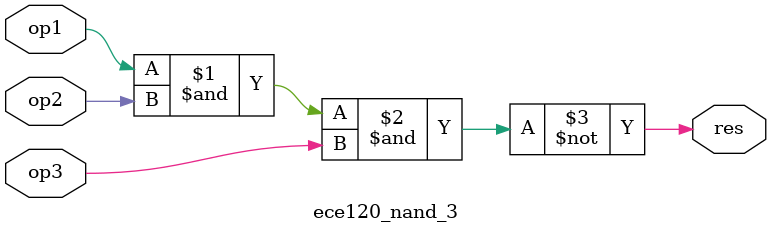
<source format=sv>
module ece120_nand_3(
    input logic op1, op2, op3,
    output logic res
    );
    assign res = ~(op1 & op2 & op3);
endmodule
</source>
